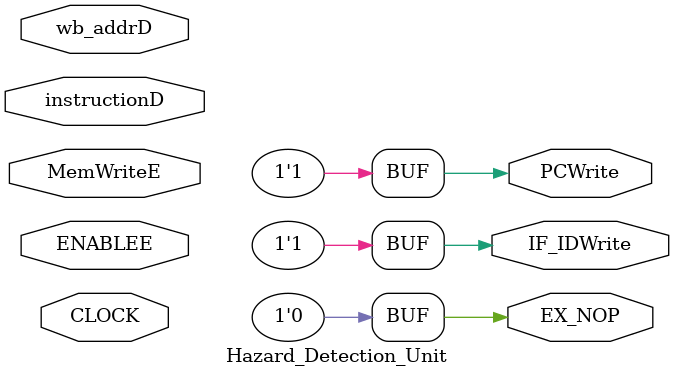
<source format=v>

module Hazard_Detection_Unit(
    input CLOCK,
    input MemWriteE,
    input ENABLEE,
    input[4:0] wb_addrD,
    input[31:0] instructionD,

    output PCWrite = 1,
    output IF_IDWrite = 1,
    output EX_NOP = 0  
);

reg[4:0] IF_ID_rsaddr;
reg[4:0] IF_ID_rtaddr;

always@(negedge CLOCK)begin
  // $display("%b", instructionD);
  PCWrite = 1'b1;
  IF_IDWrite = 1'b1;
  EX_NOP = 1'b0;
  IF_ID_rsaddr = instructionD[25:21];
  IF_ID_rtaddr = instructionD[20:16];



  if (MemWriteE == 1'b0 && ENABLEE == 1'b1)begin
    if (IF_ID_rsaddr == wb_addrD || IF_ID_rtaddr == wb_addrD)begin
      PCWrite = 0;
      IF_IDWrite = 0;
      EX_NOP = 1;
      // $display("%b",instructionD);
    end
  end   
end


endmodule
</source>
